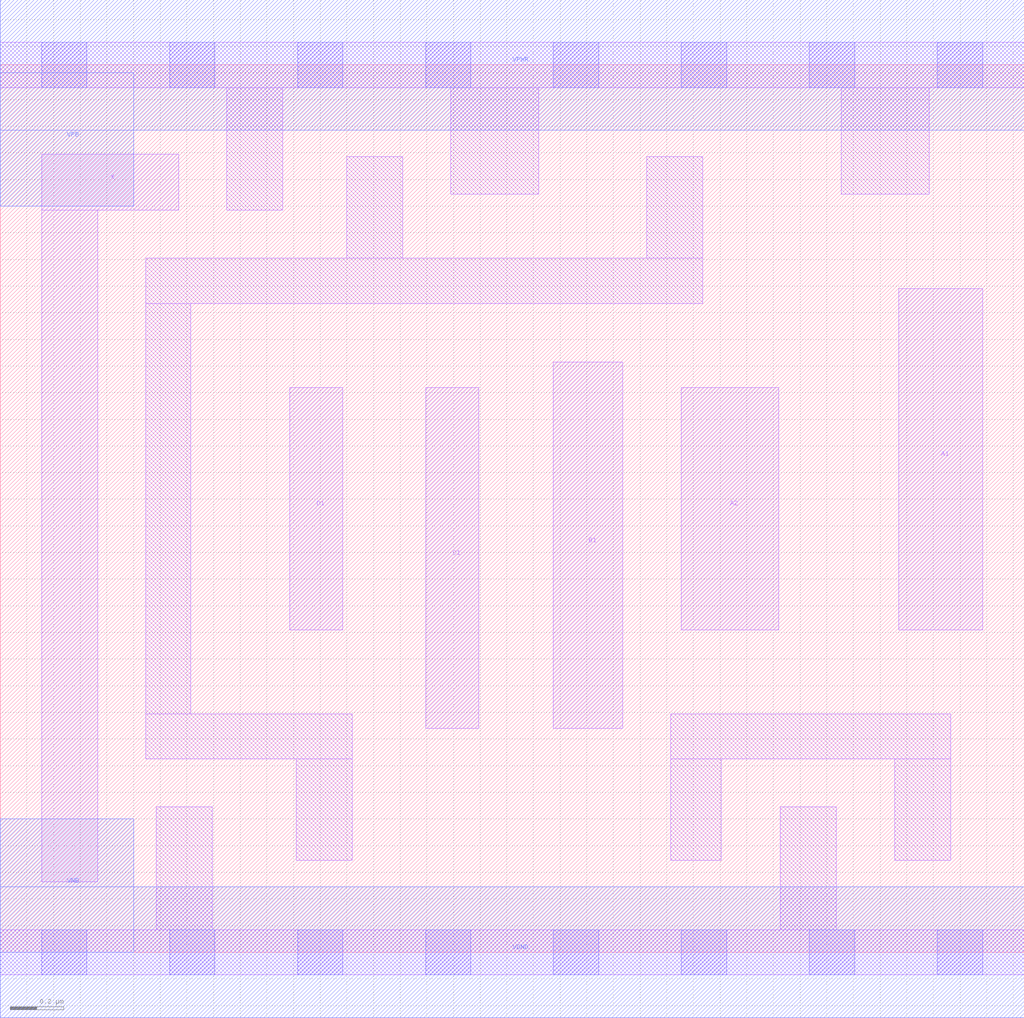
<source format=lef>
# Copyright 2020 The SkyWater PDK Authors
#
# Licensed under the Apache License, Version 2.0 (the "License");
# you may not use this file except in compliance with the License.
# You may obtain a copy of the License at
#
#     https://www.apache.org/licenses/LICENSE-2.0
#
# Unless required by applicable law or agreed to in writing, software
# distributed under the License is distributed on an "AS IS" BASIS,
# WITHOUT WARRANTIES OR CONDITIONS OF ANY KIND, either express or implied.
# See the License for the specific language governing permissions and
# limitations under the License.
#
# SPDX-License-Identifier: Apache-2.0

VERSION 5.5 ;
NAMESCASESENSITIVE ON ;
BUSBITCHARS "[]" ;
DIVIDERCHAR "/" ;
MACRO sky130_fd_sc_lp__o2111a_m
  CLASS CORE ;
  SOURCE USER ;
  ORIGIN  0.000000  0.000000 ;
  SIZE  3.840000 BY  3.330000 ;
  SYMMETRY X Y R90 ;
  SITE unit ;
  PIN A1
    ANTENNAGATEAREA  0.126000 ;
    DIRECTION INPUT ;
    USE SIGNAL ;
    PORT
      LAYER li1 ;
        RECT 3.370000 1.210000 3.685000 2.490000 ;
    END
  END A1
  PIN A2
    ANTENNAGATEAREA  0.126000 ;
    DIRECTION INPUT ;
    USE SIGNAL ;
    PORT
      LAYER li1 ;
        RECT 2.555000 1.210000 2.920000 2.120000 ;
    END
  END A2
  PIN B1
    ANTENNAGATEAREA  0.126000 ;
    DIRECTION INPUT ;
    USE SIGNAL ;
    PORT
      LAYER li1 ;
        RECT 2.075000 0.840000 2.335000 2.215000 ;
    END
  END B1
  PIN C1
    ANTENNAGATEAREA  0.126000 ;
    DIRECTION INPUT ;
    USE SIGNAL ;
    PORT
      LAYER li1 ;
        RECT 1.595000 0.840000 1.795000 2.120000 ;
    END
  END C1
  PIN D1
    ANTENNAGATEAREA  0.126000 ;
    DIRECTION INPUT ;
    USE SIGNAL ;
    PORT
      LAYER li1 ;
        RECT 1.085000 1.210000 1.285000 2.120000 ;
    END
  END D1
  PIN X
    ANTENNADIFFAREA  0.222600 ;
    DIRECTION OUTPUT ;
    USE SIGNAL ;
    PORT
      LAYER li1 ;
        RECT 0.155000 0.265000 0.365000 2.785000 ;
        RECT 0.155000 2.785000 0.670000 2.995000 ;
    END
  END X
  PIN VGND
    DIRECTION INOUT ;
    USE GROUND ;
    PORT
      LAYER met1 ;
        RECT 0.000000 -0.245000 3.840000 0.245000 ;
    END
  END VGND
  PIN VNB
    DIRECTION INOUT ;
    USE GROUND ;
    PORT
      LAYER met1 ;
        RECT 0.000000 0.000000 0.500000 0.500000 ;
    END
  END VNB
  PIN VPB
    DIRECTION INOUT ;
    USE POWER ;
    PORT
      LAYER met1 ;
        RECT 0.000000 2.800000 0.500000 3.300000 ;
    END
  END VPB
  PIN VPWR
    DIRECTION INOUT ;
    USE POWER ;
    PORT
      LAYER met1 ;
        RECT 0.000000 3.085000 3.840000 3.575000 ;
    END
  END VPWR
  OBS
    LAYER li1 ;
      RECT 0.000000 -0.085000 3.840000 0.085000 ;
      RECT 0.000000  3.245000 3.840000 3.415000 ;
      RECT 0.545000  0.725000 1.320000 0.895000 ;
      RECT 0.545000  0.895000 0.715000 2.435000 ;
      RECT 0.545000  2.435000 2.635000 2.605000 ;
      RECT 0.585000  0.085000 0.795000 0.545000 ;
      RECT 0.850000  2.785000 1.060000 3.245000 ;
      RECT 1.110000  0.345000 1.320000 0.725000 ;
      RECT 1.300000  2.605000 1.510000 2.985000 ;
      RECT 1.690000  2.845000 2.020000 3.245000 ;
      RECT 2.425000  2.605000 2.635000 2.985000 ;
      RECT 2.515000  0.345000 2.705000 0.725000 ;
      RECT 2.515000  0.725000 3.565000 0.895000 ;
      RECT 2.925000  0.085000 3.135000 0.545000 ;
      RECT 3.155000  2.845000 3.485000 3.245000 ;
      RECT 3.355000  0.345000 3.565000 0.725000 ;
    LAYER mcon ;
      RECT 0.155000 -0.085000 0.325000 0.085000 ;
      RECT 0.155000  3.245000 0.325000 3.415000 ;
      RECT 0.635000 -0.085000 0.805000 0.085000 ;
      RECT 0.635000  3.245000 0.805000 3.415000 ;
      RECT 1.115000 -0.085000 1.285000 0.085000 ;
      RECT 1.115000  3.245000 1.285000 3.415000 ;
      RECT 1.595000 -0.085000 1.765000 0.085000 ;
      RECT 1.595000  3.245000 1.765000 3.415000 ;
      RECT 2.075000 -0.085000 2.245000 0.085000 ;
      RECT 2.075000  3.245000 2.245000 3.415000 ;
      RECT 2.555000 -0.085000 2.725000 0.085000 ;
      RECT 2.555000  3.245000 2.725000 3.415000 ;
      RECT 3.035000 -0.085000 3.205000 0.085000 ;
      RECT 3.035000  3.245000 3.205000 3.415000 ;
      RECT 3.515000 -0.085000 3.685000 0.085000 ;
      RECT 3.515000  3.245000 3.685000 3.415000 ;
  END
END sky130_fd_sc_lp__o2111a_m
END LIBRARY

</source>
